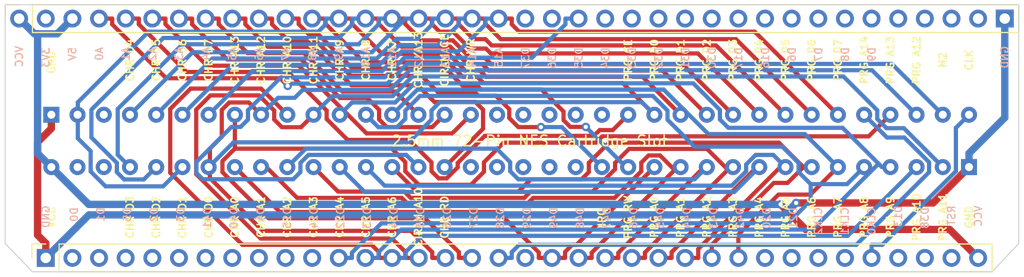
<source format=kicad_pcb>
(kicad_pcb (version 20211014) (generator pcbnew)
  (title_block (title "OSCR NES ADAPTER") (date "2021-11-15") (rev "V1"))
  (layers (0 "F.Cu" signal) (31 "B.Cu" signal) (34 "B.Paste" user) (35 "F.Paste" user) (36 "B.SilkS" user "B.Silkscreen") (37 "F.SilkS" user "F.Silkscreen") (38 "B.Mask" user) (39 "F.Mask" user) (44 "Edge.Cuts" user))
  (net 0 "")
  (net 3 "D28")
  (net 5 "D26")
  (net 6 "D27")
  (net 7 "D24")
  (net 8 "D25")
  (net 9 "D22")
  (net 10 "D23")
  (net 11 "+5V")
  (net 12 "+3V3")
  (net 32 "GND")
  (net 33 "D46")
  (net 34 "D47")
  (net 35 "D44")
  (net 36 "D45")
  (net 37 "D42")
  (net 38 "D43")
  (net 47 "A14")
  (net 48 "A15")
  (net 49 "A12")
  (net 50 "A13")
  (net 51 "A10")
  (net 52 "A11")
  (net 53 "A8")
  (net 54 "A9")
  (net 55 "A6")
  (net 56 "A7")
  (net 57 "A4")
  (net 58 "A5")
  (net 59 "A2")
  (net 60 "A3")
  (net 61 "A0")
  (net 62 "A1")
  (net 63 "D35")
  (net 68 "D49")
  (net 69 "D48")
  (net 72 "CLK0")
  (footprint "Connector_PinSocket_2.54mm:PinSocket_1x36_P2.54mm_Vertical" (layer "F.Cu") (at 105.1 104.255 90)
    (fp_text reference "J2" hide)
    (fp_text value "CART SLOT BOTTOM ROW" hide)
  )
  (footprint "Connector_PinSocket_2.54mm:PinSocket_1x38_P2.54mm_Vertical" (layer "F.Cu") (at 102.56 81.395 90)
    (fp_text reference "J1" hide)
    (fp_text value "CART SLOT TOP ROW" hide)
  )
  (footprint "!sanni:NES_Slot" (layer "F.Cu") (at 140.63 90.58 90)
    (fp_text reference "U1" hide)
    (fp_text value "NES_Slot" hide)
  )
  (gr_line (start 101.23 80.07) (end 101.23 102.88) (layer "Edge.Cuts") (width 0.1))
  (gr_line (start 197.87 80.07) (end 101.23 80.07) (layer "Edge.Cuts") (width 0.1))
  (gr_line (start 195.33 105.58) (end 197.87 102.88) (layer "Edge.Cuts") (width 0.1))
  (gr_line (start 103.83 105.58) (end 195.33 105.58) (layer "Edge.Cuts") (width 0.1))
  (gr_line (start 197.87 102.88) (end 197.87 80.07) (layer "Edge.Cuts") (width 0.1))
  (gr_line (start 101.23 102.88) (end 103.83 105.58) (layer "Edge.Cuts") (width 0.1))
  (gr_text "D43" (at 168.76 99.345 90) (layer "B.SilkS") (effects (font (size 0.7 0.7) (thickness 0.125)) (justify left mirror)))
  (gr_text "D3" (at 117.96 99.345 90) (layer "B.SilkS") (effects (font (size 0.7 0.7) (thickness 0.125)) (justify left mirror)))
  (gr_text "D1" (at 110.34 99.345 90) (layer "B.SilkS") (effects (font (size 0.7 0.7) (thickness 0.125)) (justify left mirror)))
  (gr_text "D9" (at 183.86 84.055 90) (layer "B.SilkS") (effects (font (size 0.7 0.7) (thickness 0.125)) (justify left mirror)))
  (gr_text "A6" (at 125.44 84.055 90) (layer "B.SilkS") (effects (font (size 0.7 0.7) (thickness 0.125)) (justify left mirror)))
  (gr_text "D48" (at 156.06 99.345 90) (layer "B.SilkS") (effects (font (size 0.7 0.7) (thickness 0.125)) (justify left mirror)))
  (gr_text "VCC" (at 194 99.175 90) (layer "B.SilkS") (effects (font (size 0.7 0.7) (thickness 0.125)) (justify left mirror)))
  (gr_text "A4" (at 120.36 84.055 90) (layer "B.SilkS") (effects (font (size 0.7 0.7) (thickness 0.125)) (justify left mirror)))
  (gr_text "A2" (at 115.28 84.055 90) (layer "B.SilkS") (effects (font (size 0.7 0.7) (thickness 0.125)) (justify left mirror)))
  (gr_text "D31" (at 166.08 84.055 90) (layer "B.SilkS") (effects (font (size 0.7 0.7) (thickness 0.125)) (justify left mirror)))
  (gr_text "D23" (at 135.74 99.345 90) (layer "B.SilkS") (effects (font (size 0.7 0.7) (thickness 0.125)) (justify left mirror)))
  (gr_text "D7" (at 178.78 84.055 90) (layer "B.SilkS") (effects (font (size 0.7 0.7) (thickness 0.125)) (justify left mirror)))
  (gr_text "D49" (at 153.52 99.345 90) (layer "B.SilkS") (effects (font (size 0.7 0.7) (thickness 0.125)) (justify left mirror)))
  (gr_text "D38" (at 188.92 99.345 90) (layer "B.SilkS") (effects (font (size 0.7 0.7) (thickness 0.125)) (justify left mirror)))
  (gr_text "A10" (at 135.6 84.055 90) (layer "B.SilkS") (effects (font (size 0.7 0.7) (thickness 0.125)) (justify left mirror)))
  (gr_text "D37" (at 150.84 84.055 90) (layer "B.SilkS") (effects (font (size 0.7 0.7) (thickness 0.125)) (justify left mirror)))
  (gr_text "D4" (at 125.58 99.345 90) (layer "B.SilkS") (effects (font (size 0.7 0.7) (thickness 0.125)) (justify left mirror)))
  (gr_text "D32" (at 163.54 84.055 90) (layer "B.SilkS") (effects (font (size 0.7 0.7) (thickness 0.125)) (justify left mirror)))
  (gr_text "D8" (at 181.32 84.055 90) (layer "B.SilkS") (effects (font (size 0.7 0.7) (thickness 0.125)) (justify left mirror)))
  (gr_text "D30" (at 168.62 84.055 90) (layer "B.SilkS") (effects (font (size 0.7 0.7) (thickness 0.125)) (justify left mirror)))
  (gr_text "D29" (at 150.98 99.345 90) (layer "B.SilkS") (effects (font (size 0.7 0.7) (thickness 0.125)) (justify left mirror)))
  (gr_text "RST" (at 191.46 99.175 90) (layer "B.SilkS") (effects (font (size 0.7 0.7) (thickness 0.125)) (justify left mirror)))
  (gr_text "A14" (at 145.76 84.055 90) (layer "B.SilkS") (effects (font (size 0.7 0.7) (thickness 0.125)) (justify left mirror)))
  (gr_text "D2" (at 115.42 99.345 90) (layer "B.SilkS") (effects (font (size 0.7 0.7) (thickness 0.125)) (justify left mirror)))
  (gr_text "CLK2" (at 178.76 99.345 90) (layer "B.SilkS") (effects (font (size 0.7 0.7) (thickness 0.125)) (justify left mirror)))
  (gr_text "D14" (at 130.66 99.345 90) (layer "B.SilkS") (effects (font (size 0.7 0.7) (thickness 0.125)) (justify left mirror)))
  (gr_text "3V3" (at 105.1 84.055 90) (layer "B.SilkS") (effects (font (size 0.7 0.7) (thickness 0.125)) (justify left mirror)))
  (gr_text "D47" (at 158.6 99.345 90) (layer "B.SilkS") (effects (font (size 0.7 0.7) (thickness 0.125)) (justify left mirror)))
  (gr_text "D6" (at 176.24 84.055 90) (layer "B.SilkS") (effects (font (size 0.7 0.7) (thickness 0.125)) (justify left mirror)))
  (gr_text "A0" (at 110.2 84.055 90) (layer "B.SilkS") (effects (font (size 0.7 0.7) (thickness 0.125)) (justify left mirror)))
  (gr_text "D40" (at 123.04 99.345 90) (layer "B.SilkS") (effects (font (size 0.7 0.7) (thickness 0.125)) (justify left mirror)))
  (gr_text "A5" (at 122.9 84.055 90) (layer "B.SilkS") (effects (font (size 0.7 0.7) (thickness 0.125)) (justify left mirror)))
  (gr_text "CLK1" (at 181.3 99.345 90) (layer "B.SilkS") (effects (font (size 0.7 0.7) (thickness 0.125)) (justify left mirror)))
  (gr_text "A1" (at 112.74 84.055 90) (layer "B.SilkS") (effects (font (size 0.7 0.7) (thickness 0.125)) (justify left mirror)))
  (gr_text "D24" (at 138.28 99.345 90) (layer "B.SilkS") (effects (font (size 0.7 0.7) (thickness 0.125)) (justify left mirror)))
  (gr_text "D44" (at 166.22 99.345 90) (layer "B.SilkS") (effects (font (size 0.7 0.7) (thickness 0.125)) (justify left mirror)))
  (gr_text "D22" (at 133.2 99.345 90) (layer "B.SilkS") (effects (font (size 0.7 0.7) (thickness 0.125)) (justify left mirror)))
  (gr_text "A12" (at 140.68 84.055 90) (layer "B.SilkS") (effects (font (size 0.7 0.7) (thickness 0.125)) (justify left mirror)))
  (gr_text "D26" (at 143.36 99.345 90) (layer "B.SilkS") (effects (font (size 0.7 0.7) (thickness 0.125)) (justify left mirror)))
  (gr_text "D42" (at 171.3 99.345 90) (layer "B.SilkS") (effects (font (size 0.7 0.7) (thickness 0.125)) (justify left mirror)))
  (gr_text "VCC" (at 102.56 83.935 90) (layer "B.SilkS") (effects (font (size 0.7 0.7) (thickness 0.125)) (justify left mirror)))
  (gr_text "D5" (at 112.88 99.345 90) (layer "B.SilkS") (effects (font (size 0.7 0.7) (thickness 0.125)) (justify left mirror)))
  (gr_text "A3" (at 117.82 84.055 90) (layer "B.SilkS") (effects (font (size 0.7 0.7) (thickness 0.125)) (justify left mirror)))
  (gr_text "D36" (at 153.38 84.055 90) (layer "B.SilkS") (effects (font (size 0.7 0.7) (thickness 0.125)) (justify left mirror)))
  (gr_text "D33" (at 161 84.055 90) (layer "B.SilkS") (effects (font (size 0.7 0.7) (thickness 0.125)) (justify left mirror)))
  (gr_text "D34" (at 158.46 84.055 90) (layer "B.SilkS") (effects (font (size 0.7 0.7) (thickness 0.125)) (justify left mirror)))
  (gr_text "D15" (at 128.12 99.345 90) (layer "B.SilkS") (effects (font (size 0.7 0.7) (thickness 0.125)) (justify left mirror)))
  (gr_text "GND" (at 105.1 99.175 90) (layer "B.SilkS") (effects (font (size 0.7 0.7) (thickness 0.125)) (justify left mirror)))
  (gr_text "D28" (at 148.44 99.345 90) (layer "B.SilkS") (effects (font (size 0.7 0.7) (thickness 0.125)) (justify left mirror)))
  (gr_text "D21" (at 176.38 99.345 90) (layer "B.SilkS") (effects (font (size 0.7 0.7) (thickness 0.125)) (justify left mirror)))
  (gr_text "CLK0" (at 183.84 99.345 90) (layer "B.SilkS") (effects (font (size 0.7 0.7) (thickness 0.125)) (justify left mirror)))
  (gr_text "D17" (at 171.16 84.055 90) (layer "B.SilkS") (effects (font (size 0.7 0.7) (thickness 0.125)) (justify left mirror)))
  (gr_text "D41" (at 120.5 99.345 90) (layer "B.SilkS") (effects (font (size 0.7 0.7) (thickness 0.125)) (justify left mirror)))
  (gr_text "A9" (at 133.06 84.055 90) (layer "B.SilkS") (effects (font (size 0.7 0.7) (thickness 0.125)) (justify left mirror)))
  (gr_text "A7" (at 127.98 84.055 90) (layer "B.SilkS") (effects (font (size 0.7 0.7) (thickness 0.125)) (justify left mirror)))
  (gr_text "D27" (at 145.9 99.345 90) (layer "B.SilkS") (effects (font (size 0.7 0.7) (thickness 0.125)) (justify left mirror)))
  (gr_text "GND" (at 196.54 83.935 90) (layer "B.SilkS") (effects (font (size 0.7 0.7) (thickness 0.125)) (justify left mirror)))
  (gr_text "A8" (at 130.52 84.055 90) (layer "B.SilkS") (effects (font (size 0.7 0.7) (thickness 0.125)) (justify left mirror)))
  (gr_text "D46" (at 161.14 99.345 90) (layer "B.SilkS") (effects (font (size 0.7 0.7) (thickness 0.125)) (justify left mirror)))
  (gr_text "A11" (at 138.14 84.055 90) (layer "B.SilkS") (effects (font (size 0.7 0.7) (thickness 0.125)) (justify left mirror)))
  (gr_text "D20" (at 173.84 99.345 90) (layer "B.SilkS") (effects (font (size 0.7 0.7) (thickness 0.125)) (justify left mirror)))
  (gr_text "A13" (at 143.22 84.055 90) (layer "B.SilkS") (effects (font (size 0.7 0.7) (thickness 0.125)) (justify left mirror)))
  (gr_text "D16" (at 173.7 84.055 90) (layer "B.SilkS") (effects (font (size 0.7 0.7) (thickness 0.125)) (justify left mirror)))
  (gr_text "D13" (at 186.38 99.175 90) (layer "B.SilkS") (effects (font (size 0.7 0.7) (thickness 0.125)) (justify left mirror)))
  (gr_text "A15" (at 148.3 84.055 90) (layer "B.SilkS") (effects (font (size 0.7 0.7) (thickness 0.125)) (justify left mirror)))
  (gr_text "D25" (at 140.82 99.345 90) (layer "B.SilkS") (effects (font (size 0.7 0.7) (thickness 0.125)) (justify left mirror)))
  (gr_text "D45" (at 163.68 99.345 90) (layer "B.SilkS") (effects (font (size 0.7 0.7) (thickness 0.125)) (justify left mirror)))
  (gr_text "5V" (at 107.64 84.055 90) (layer "B.SilkS") (effects (font (size 0.7 0.7) (thickness 0.125)) (justify left mirror)))
  (gr_text "D0" (at 107.8 99.345 90) (layer "B.SilkS") (effects (font (size 0.7 0.7) (thickness 0.125)) (justify left mirror)))
  (gr_text "D35" (at 155.92 84.055 90) (layer "B.SilkS") (effects (font (size 0.7 0.7) (thickness 0.125)) (justify left mirror)))
  (gr_text "CHR /A13" (at 140.63 85.365 90) (layer "F.SilkS") (effects (font (size 0.7 0.7))))
  (gr_text "GND" (at 105.63 85.58 90) (layer "F.SilkS") (effects (font (size 0.7 0.7))))
  (gr_text "PRG A14" (at 183.13 85.365 90) (layer "F.SilkS") (effects (font (size 0.7 0.7))))
  (gr_text "PRG D3" (at 170.63 85.365 90) (layer "F.SilkS") (effects (font (size 0.7 0.7))))
  (gr_text "CHR D1" (at 118.13 100.364999 90) (layer "F.SilkS") (effects (font (size 0.7 0.7))))
  (gr_text "CHR A0" (at 123.13 100.364999 90) (layer "F.SilkS") (effects (font (size 0.7 0.7))))
  (gr_text "GND" (at 193.13 100.365 90) (layer "F.SilkS") (effects (font (size 0.7 0.7))))
  (gr_text "PRG A12\n" (at 188.13 85.357444 90) (layer "F.SilkS") (effects (font (size 0.7 0.7))))
  (gr_text "CLK" (at 193.13 85.357444 90) (layer "F.SilkS") (effects (font (size 0.7 0.7))))
  (gr_text "PRG D7" (at 180.63 85.365 90) (layer "F.SilkS") (effects (font (size 0.7 0.7))))
  (gr_text "CHR A2" (at 128.13 100.364999 90) (layer "F.SilkS") (effects (font (size 0.7 0.7))))
  (gr_text "PRG A6" (at 178.13 100.365 90) (layer "F.SilkS") (effects (font (size 0.7 0.7))))
  (gr_text "PRG A4" (at 173.13 100.365 90) (layer "F.SilkS") (effects (font (size 0.7 0.7))))
  (gr_text "PRG A8" (at 183.13 100.365 90) (layer "F.SilkS") (effects (font (size 0.7 0.7))))
  (gr_text "CHR A5" (at 135.63 100.364999 90) (layer "F.SilkS") (effects (font (size 0.7 0.7))))
  (gr_text "PRG D5" (at 175.63 85.365 90) (layer "F.SilkS") (effects (font (size 0.7 0.7))))
  (gr_text "M2" (at 190.63 85.357444 90) (layer "F.SilkS") (effects (font (size 0.7 0.7))))
  (gr_text "CHR D4" (at 113.13 85.365 90) (layer "F.SilkS") (effects (font (size 0.7 0.7))))
  (gr_text "CHR D6" (at 118.13 85.365 90) (layer "F.SilkS") (effects (font (size 0.7 0.7))))
  (gr_text "PRG A9" (at 185.63 100.365 90) (layer "F.SilkS") (effects (font (size 0.7 0.7))))
  (gr_text "PRG A1" (at 165.63 100.365 90) (layer "F.SilkS") (effects (font (size 0.7 0.7))))
  (gr_text "PRG D1\n" (at 165.63 85.365 90) (layer "F.SilkS") (effects (font (size 0.7 0.7))))
  (gr_text "CHR D7" (at 120.63 85.365 90) (layer "F.SilkS") (effects (font (size 0.7 0.7))))
  (gr_text "CHR WR" (at 145.63 85.365 90) (layer "F.SilkS") (effects (font (size 0.7 0.7))))
  (gr_text "CHR D3" (at 113.13 100.364999 90) (layer "F.SilkS") (effects (font (size 0.7 0.7))))
  (gr_text "CHR A12" (at 125.63 85.365 90) (layer "F.SilkS") (effects (font (size 0.7 0.7))))
  (gr_text "PRG A7" (at 180.63 100.365 90) (layer "F.SilkS") (effects (font (size 0.7 0.7))))
  (gr_text "CHR D5" (at 115.63 85.365 90) (layer "F.SilkS") (effects (font (size 0.7 0.7))))
  (gr_text "CIRAM A10" (at 140.63 100.364999 90) (layer "F.SilkS") (effects (font (size 0.7 0.7))))
  (gr_text "PRG CE" (at 160.63 85.365 90) (layer "F.SilkS") (effects (font (size 0.7 0.7))))
  (gr_text "CHR A7" (at 138.13 85.365 90) (layer "F.SilkS") (effects (font (size 0.7 0.7))))
  (gr_text "CHR A8" (at 135.63 85.365 90) (layer "F.SilkS") (effects (font (size 0.7 0.7))))
  (gr_text "CIRAM CE" (at 143.13 85.365 90) (layer "F.SilkS") (effects (font (size 0.7 0.7))))
  (gr_text "PRG D4" (at 173.13 85.365 90) (layer "F.SilkS") (effects (font (size 0.7 0.7))))
  (gr_text "PRG A5" (at 175.63 100.365 90) (layer "F.SilkS") (effects (font (size 0.7 0.7))))
  (gr_text "CHR RD" (at 143.13 100.364999 90) (layer "F.SilkS") (effects (font (size 0.7 0.7))))
  (gr_text "VCC" (at 105.63 100.365 90) (layer "F.SilkS") (effects (font (size 0.7 0.7))))
  (gr_text "CHR A13" (at 123.13 85.365 90) (layer "F.SilkS") (effects (font (size 0.7 0.7))))
  (gr_text "PRG D6" (at 178.13 85.365 90) (layer "F.SilkS") (effects (font (size 0.7 0.7))))
  (gr_text "CHR A3" (at 130.63 100.364999 90) (layer "F.SilkS") (effects (font (size 0.7 0.7))))
  (gr_text "PRG D0" (at 163.13 85.365 90) (layer "F.SilkS") (effects (font (size 0.7 0.7))))
  (gr_text "CHR D2" (at 115.63 100.364999 90) (layer "F.SilkS") (effects (font (size 0.7 0.7))))
  (gr_text "PRG A10" (at 188.13 100.365 90) (layer "F.SilkS") (effects (font (size 0.7 0.7))))
  (gr_text "PRG D2" (at 168.13 85.365 90) (layer "F.SilkS") (effects (font (size 0.7 0.7))))
  (gr_text "PRG RW" (at 160.63 100.365 90) (layer "F.SilkS") (effects (font (size 0.7 0.7))))
  (gr_text "2.5mm 72-Pin NES Cartridge Slot" (at 151.23 93.08) (layer "F.SilkS") (effects (font (size 1 1))))
  (gr_text "CHR D0" (at 120.63 100.364999 90) (layer "F.SilkS") (effects (font (size 0.7 0.7))))
  (gr_text "CHR A11" (at 130.63 85.365 90) (layer "F.SilkS") (effects (font (size 0.7 0.7))))
  (gr_text "CHR A1\n" (at 125.63 100.364999 90) (layer "F.SilkS") (effects (font (size 0.7 0.7))))
  (gr_text "PRG A2" (at 168.13 100.365 90) (layer "F.SilkS") (effects (font (size 0.7 0.7))))
  (gr_text "PRG A13" (at 185.63 85.357444 90) (layer "F.SilkS") (effects (font (size 0.7 0.7))))
  (gr_text "CHR A9" (at 133.13 85.365 90) (layer "F.SilkS") (effects (font (size 0.7 0.7))))
  (gr_text "PRG A3" (at 170.63 100.365 90) (layer "F.SilkS") (effects (font (size 0.7 0.7))))
  (gr_text "CHR A6" (at 138.13 100.364999 90) (layer "F.SilkS") (effects (font (size 0.7 0.7))))
  (gr_text "IRQ" (at 158.13 100.365 90) (layer "F.SilkS") (effects (font (size 0.7 0.7))))
  (gr_text "PRG A11" (at 190.63 100.365 90) (layer "F.SilkS") (effects (font (size 0.7 0.7))))
  (gr_text "CHR A4" (at 133.13 100.364999 90) (layer "F.SilkS") (effects (font (size 0.7 0.7))))
  (gr_text "PRG A0" (at 163.13 100.365 90) (layer "F.SilkS") (effects (font (size 0.7 0.7))))
  (gr_text "CHR A10" (at 128.13 85.365 90) (layer "F.SilkS") (effects (font (size 0.7 0.7))))
  (segment (start 149.5303 103.7079) (end 150.2335 103.0047) (width 0.4) (layer "B.Cu") (net 3))
  (segment (start 189.3219 95.121) (end 186.9582 92.7573) (width 0.4) (layer "B.Cu") (net 3))
  (segment (start 189.3219 96.069) (end 189.3219 95.121) (width 0.4) (layer "B.Cu") (net 3))
  (segment (start 182.3862 103.0047) (end 189.3219 96.069) (width 0.4) (layer "B.Cu") (net 3))
  (segment (start 185.3073 92.7573) (end 183.13 90.58) (width 0.4) (layer "B.Cu") (net 3))
  (segment (start 148.28 104.255) (end 149.5303 104.255) (width 0.4) (layer "B.Cu") (net 3))
  (segment (start 149.5303 104.255) (end 149.5303 103.7079) (width 0.4) (layer "B.Cu") (net 3))
  (segment (start 186.9582 92.7573) (end 185.3073 92.7573) (width 0.4) (layer "B.Cu") (net 3))
  (segment (start 150.2335 103.0047) (end 182.3862 103.0047) (width 0.4) (layer "B.Cu") (net 3))
  (segment (start 125.7869 101.6703) (end 120.7493 96.6327) (width 0.4) (layer "F.Cu") (net 5))
  (segment (start 121.8801 90.1195) (end 122.5908 89.4088) (width 0.4) (layer "F.Cu") (net 5))
  (segment (start 143.2 104.255) (end 141.9497 104.255) (width 0.4) (layer "F.Cu") (net 5))
  (segment (start 121.8801 92.6862) (end 121.8801 90.1195) (width 0.4) (layer "F.Cu") (net 5))
  (segment (start 124.4588 89.4088) (end 125.63 90.58) (width 0.4) (layer "F.Cu") (net 5))
  (segment (start 141.9497 104.255) (end 141.9497 103.708) (width 0.4) (layer "F.Cu") (net 5))
  (segment (start 122.5908 89.4088) (end 124.4588 89.4088) (width 0.4) (layer "F.Cu") (net 5))
  (segment (start 141.9497 103.708) (end 139.912 101.6703) (width 0.4) (layer "F.Cu") (net 5))
  (segment (start 120.7493 93.817) (end 121.8801 92.6862) (width 0.4) (layer "F.Cu") (net 5))
  (segment (start 120.7493 96.6327) (end 120.7493 93.817) (width 0.4) (layer "F.Cu") (net 5))
  (segment (start 139.912 101.6703) (end 125.7869 101.6703) (width 0.4) (layer "F.Cu") (net 5))
  (segment (start 183.877 86.327) (end 188.13 90.58) (width 0.4) (layer "B.Cu") (net 5))
  (segment (start 137.9179 88.2082) (end 139.7991 86.327) (width 0.4) (layer "B.Cu") (net 5))
  (segment (start 129.5907 88.2082) (end 137.9179 88.2082) (width 0.4) (layer "B.Cu") (net 5))
  (segment (start 128.8364 88.9625) (end 129.5907 88.2082) (width 0.4) (layer "B.Cu") (net 5))
  (segment (start 127.2475 88.9625) (end 128.8364 88.9625) (width 0.4) (layer "B.Cu") (net 5))
  (segment (start 139.7991 86.327) (end 183.877 86.327) (width 0.4) (layer "B.Cu") (net 5))
  (segment (start 125.63 90.58) (end 127.2475 88.9625) (width 0.4) (layer "B.Cu") (net 5))
  (segment (start 183.5642 92.6458) (end 158.1578 92.6458) (width 0.4) (layer "F.Cu") (net 6))
  (segment (start 144.4897 103.708) (end 141.2514 100.4697) (width 0.4) (layer "F.Cu") (net 6))
  (segment (start 146.88 95.1215) (end 146.88 96.0266) (width 0.4) (layer "F.Cu") (net 6))
  (segment (start 123.13 93.8194) (end 123.13 90.58) (width 0.4) (layer "F.Cu") (net 6))
  (segment (start 148.7554 93.2461) (end 146.88 95.1215) (width 0.4) (layer "F.Cu") (net 6))
  (segment (start 121.9449 96.0626) (end 121.9449 95.0045) (width 0.4) (layer "F.Cu") (net 6))
  (segment (start 145.6354 97.2712) (end 140.6703 97.2712) (width 0.4) (layer "F.Cu") (net 6))
  (segment (start 140.6703 97.2712) (end 139.38 95.9809) (width 0.4) (layer "F.Cu") (net 6))
  (segment (start 185.63 90.58) (end 183.5642 92.6458) (width 0.4) (layer "F.Cu") (net 6))
  (segment (start 138.0993 93.8194) (end 123.13 93.8194) (width 0.4) (layer "F.Cu") (net 6))
  (segment (start 139.38 95.9809) (end 139.38 95.1001) (width 0.4) (layer "F.Cu") (net 6))
  (segment (start 157.5575 93.2461) (end 148.7554 93.2461) (width 0.4) (layer "F.Cu") (net 6))
  (segment (start 145.74 104.255) (end 144.4897 104.255) (width 0.4) (layer "F.Cu") (net 6))
  (segment (start 139.38 95.1001) (end 138.0993 93.8194) (width 0.4) (layer "F.Cu") (net 6))
  (segment (start 141.2514 100.4697) (end 126.352 100.4697) (width 0.4) (layer "F.Cu") (net 6))
  (segment (start 126.352 100.4697) (end 121.9449 96.0626) (width 0.4) (layer "F.Cu") (net 6))
  (segment (start 146.88 96.0266) (end 145.6354 97.2712) (width 0.4) (layer "F.Cu") (net 6))
  (segment (start 121.9449 95.0045) (end 123.13 93.8194) (width 0.4) (layer "F.Cu") (net 6))
  (segment (start 144.4897 104.255) (end 144.4897 103.708) (width 0.4) (layer "F.Cu") (net 6))
  (segment (start 158.1578 92.6458) (end 157.5575 93.2461) (width 0.4) (layer "F.Cu") (net 6))
  (segment (start 138.12 104.255) (end 136.8697 104.255) (width 0.4) (layer "F.Cu") (net 7))
  (segment (start 128.13 90.58) (end 125.6339 88.0839) (width 0.4) (layer "F.Cu") (net 7))
  (segment (start 136.1665 103.0047) (end 136.8697 103.7079) (width 0.4) (layer "F.Cu") (net 7))
  (segment (start 125.6339 88.0839) (end 118.9117 88.0839) (width 0.4) (layer "F.Cu") (net 7))
  (segment (start 136.8697 103.7079) (end 136.8697 104.255) (width 0.4) (layer "F.Cu") (net 7))
  (segment (start 116.9672 96.1248) (end 123.8471 103.0047) (width 0.4) (layer "F.Cu") (net 7))
  (segment (start 116.9672 90.0284) (end 116.9672 96.1248) (width 0.4) (layer "F.Cu") (net 7))
  (segment (start 118.9117 88.0839) (end 116.9672 90.0284) (width 0.4) (layer "F.Cu") (net 7))
  (segment (start 123.8471 103.0047) (end 136.1665 103.0047) (width 0.4) (layer "F.Cu") (net 7))
  (segment (start 139.3703 104.255) (end 139.3703 103.7369) (width 0.4) (layer "B.Cu") (net 7))
  (segment (start 181.5624 102.1476) (end 188.13 95.58) (width 0.4) (layer "B.Cu") (net 7))
  (segment (start 138.12 104.255) (end 139.3703 104.255) (width 0.4) (layer "B.Cu") (net 7))
  (segment (start 140.9596 102.1476) (end 181.5624 102.1476) (width 0.4) (layer "B.Cu") (net 7))
  (segment (start 139.3703 103.7369) (end 140.9596 102.1476) (width 0.4) (layer "B.Cu") (net 7))
  (segment (start 127.6108 91.7722) (end 129.4378 91.7722) (width 0.4) (layer "F.Cu") (net 8))
  (segment (start 139.4097 103.708) (end 138.106 102.4043) (width 0.4) (layer "F.Cu") (net 8))
  (segment (start 139.4097 104.255) (end 139.4097 103.708) (width 0.4) (layer "F.Cu") (net 8))
  (segment (start 140.66 104.255) (end 139.4097 104.255) (width 0.4) (layer "F.Cu") (net 8))
  (segment (start 119.4449 96.2567) (end 119.4449 90.0829) (width 0.4) (layer "F.Cu") (net 8))
  (segment (start 129.4378 91.7722) (end 130.63 90.58) (width 0.4) (layer "F.Cu") (net 8))
  (segment (start 119.4449 90.0829) (end 120.7934 88.7344) (width 0.4) (layer "F.Cu") (net 8))
  (segment (start 138.106 102.4043) (end 125.5925 102.4043) (width 0.4) (layer "F.Cu") (net 8))
  (segment (start 125.5925 102.4043) (end 119.4449 96.2567) (width 0.4) (layer "F.Cu") (net 8))
  (segment (start 125.4319 88.7344) (end 126.88 90.1825) (width 0.4) (layer "F.Cu") (net 8))
  (segment (start 120.7934 88.7344) (end 125.4319 88.7344) (width 0.4) (layer "F.Cu") (net 8))
  (segment (start 126.88 91.0414) (end 127.6108 91.7722) (width 0.4) (layer "F.Cu") (net 8))
  (segment (start 126.88 90.1825) (end 126.88 91.0414) (width 0.4) (layer "F.Cu") (net 8))
  (segment (start 184.38 90.1501) (end 184.38 90.9809) (width 0.4) (layer "B.Cu") (net 8))
  (segment (start 186.9173 91.8673) (end 190.63 95.58) (width 0.4) (layer "B.Cu") (net 8))
  (segment (start 138.1665 88.8085) (end 140.0476 86.9274) (width 0.4) (layer "B.Cu") (net 8))
  (segment (start 184.38 90.9809) (end 185.2664 91.8673) (width 0.4) (layer "B.Cu") (net 8))
  (segment (start 185.2664 91.8673) (end 186.9173 91.8673) (width 0.4) (layer "B.Cu") (net 8))
  (segment (start 130.63 90.58) (end 132.4015 88.8085) (width 0.4) (layer "B.Cu") (net 8))
  (segment (start 181.1573 86.9274) (end 184.38 90.1501) (width 0.4) (layer "B.Cu") (net 8))
  (segment (start 140.0476 86.9274) (end 181.1573 86.9274) (width 0.4) (layer "B.Cu") (net 8))
  (segment (start 132.4015 88.8085) (end 138.1665 88.8085) (width 0.4) (layer "B.Cu") (net 8))
  (segment (start 176.88 95.1843) (end 176.88 96.0542) (width 0.4) (layer "B.Cu") (net 9))
  (segment (start 166.9545 93.6287) (end 175.3244 93.6287) (width 0.4) (layer "B.Cu") (net 9))
  (segment (start 178.0358 98.7768) (end 178.0358 97.21) (width 0.4) (layer "B.Cu") (net 9))
  (segment (start 137.0975 100.947) (end 175.8656 100.947) (width 0.4) (layer "B.Cu") (net 9))
  (segment (start 176.88 96.0542) (end 178.0358 97.21) (width 0.4) (layer "B.Cu") (net 9))
  (segment (start 139.38 90.1826) (end 140.7815 88.7811) (width 0.4) (layer "B.Cu") (net 9))
  (segment (start 135.63 90.58) (end 136.8249 91.7749) (width 0.4) (layer "B.Cu") (net 9))
  (segment (start 164.38 90.1783) (end 164.38 91.0542) (width 0.4) (layer "B.Cu") (net 9))
  (segment (start 140.7815 88.7811) (end 162.9828 88.7811) (width 0.4) (layer "B.Cu") (net 9))
  (segment (start 138.5843 91.7749) (end 139.38 90.9792) (width 0.4) (layer "B.Cu") (net 9))
  (segment (start 164.38 91.0542) (end 166.9545 93.6287) (width 0.4) (layer "B.Cu") (net 9))
  (segment (start 183.13 95.58) (end 181.5 97.21) (width 0.4) (layer "B.Cu") (net 9))
  (segment (start 133.04 104.255) (end 134.2903 104.255) (width 0.4) (layer "B.Cu") (net 9))
  (segment (start 134.2903 103.7542) (end 137.0975 100.947) (width 0.4) (layer "B.Cu") (net 9))
  (segment (start 175.8656 100.947) (end 178.0358 98.7768) (width 0.4) (layer "B.Cu") (net 9))
  (segment (start 162.9828 88.7811) (end 164.38 90.1783) (width 0.4) (layer "B.Cu") (net 9))
  (segment (start 136.8249 91.7749) (end 138.5843 91.7749) (width 0.4) (layer "B.Cu") (net 9))
  (segment (start 175.3244 93.6287) (end 176.88 95.1843) (width 0.4) (layer "B.Cu") (net 9))
  (segment (start 139.38 90.9792) (end 139.38 90.1826) (width 0.4) (layer "B.Cu") (net 9))
  (segment (start 134.2903 104.255) (end 134.2903 103.7542) (width 0.4) (layer "B.Cu") (net 9))
  (segment (start 181.5 97.21) (end 178.0358 97.21) (width 0.4) (layer "B.Cu") (net 9))
  (segment (start 134.3012 89.4088) (end 138.4151 89.4088) (width 0.4) (layer "B.Cu") (net 10))
  (segment (start 170.1777 91.8277) (end 181.0737 91.8277) (width 0.4) (layer "B.Cu") (net 10))
  (segment (start 138.4151 89.4088) (end 140.2458 87.5781) (width 0.4) (layer "B.Cu") (net 10))
  (segment (start 135.58 104.255) (end 136.8303 104.255) (width 0.4) (layer "B.Cu") (net 10))
  (segment (start 136.8303 104.255) (end 136.8303 103.708) (width 0.4) (layer "B.Cu") (net 10))
  (segment (start 166.8351 87.5781) (end 169.38 90.123) (width 0.4) (layer "B.Cu") (net 10))
  (segment (start 184.826 95.58) (end 185.63 95.58) (width 0.4) (layer "B.Cu") (net 10))
  (segment (start 136.8303 103.708) (end 138.991 101.5473) (width 0.4) (layer "B.Cu") (net 10))
  (segment (start 133.13 90.58) (end 134.3012 89.4088) (width 0.4) (layer "B.Cu") (net 10))
  (segment (start 184.5054 95.2594) (end 184.826 95.58) (width 0.4) (layer "B.Cu") (net 10))
  (segment (start 181.0737 91.8277) (end 184.5054 95.2594) (width 0.4) (layer "B.Cu") (net 10))
  (segment (start 169.38 90.123) (end 169.38 91.03) (width 0.4) (layer "B.Cu") (net 10))
  (segment (start 138.991 101.5473) (end 178.2175 101.5473) (width 0.4) (layer "B.Cu") (net 10))
  (segment (start 169.38 91.03) (end 170.1777 91.8277) (width 0.4) (layer "B.Cu") (net 10))
  (segment (start 178.2175 101.5473) (end 184.5054 95.2594) (width 0.4) (layer "B.Cu") (net 10))
  (segment (start 140.2458 87.5781) (end 166.8351 87.5781) (width 0.4) (layer "B.Cu") (net 10))
  (segment (start 177.5577 101.5385) (end 175.1619 99.1427) (width 0.7) (layer "F.Cu") (net 11))
  (segment (start 191.2835 101.5385) (end 177.5577 101.5385) (width 0.7) (layer "F.Cu") (net 11))
  (segment (start 194 104.255) (end 191.2835 101.5385) (width 0.7) (layer "F.Cu") (net 11))
  (via (at 175.1619 99.1427) (size 0.8) (drill 0.4) (layers "F.Cu" "B.Cu") (net 11))
  (segment (start 109.1927 99.1427) (end 105.63 95.58) (width 0.7) (layer "B.Cu") (net 11))
  (segment (start 106.1833 82.8517) (end 104.3176 82.8517) (width 0.7) (layer "B.Cu") (net 11))
  (segment (start 104.0167 82.8517) (end 102.56 81.395) (width 0.7) (layer "B.Cu") (net 11))
  (segment (start 104.3176 94.2676) (end 105.63 95.58) (width 0.7) (layer "B.Cu") (net 11))
  (segment (start 104.3176 82.8517) (end 104.3176 94.2676) (width 0.7) (layer "B.Cu") (net 11))
  (segment (start 104.3176 82.8517) (end 104.0167 82.8517) (width 0.7) (layer "B.Cu") (net 11))
  (segment (start 107.64 81.395) (end 106.1833 82.8517) (width 0.7) (layer "B.Cu") (net 11))
  (segment (start 175.1619 99.1427) (end 109.1927 99.1427) (width 0.7) (layer "B.Cu") (net 11))
  (segment (start 105.63 90.58) (end 105.63 91.8923) (width 0.7) (layer "F.Cu") (net 32))
  (segment (start 105.1 104.255) (end 105.1 102.8547) (width 0.7) (layer "F.Cu") (net 32))
  (segment (start 104.3177 102.0724) (end 104.3177 93.2046) (width 0.7) (layer "F.Cu") (net 32))
  (segment (start 105.1 102.8547) (end 104.3177 102.0724) (width 0.7) (layer "F.Cu") (net 32))
  (segment (start 189.7025 99.0075) (end 176.6413 99.0075) (width 0.7) (layer "F.Cu") (net 32))
  (segment (start 104.3177 93.2046) (end 105.63 91.8923) (width 0.7) (layer "F.Cu") (net 32))
  (segment (start 193.13 95.58) (end 189.7025 99.0075) (width 0.7) (layer "F.Cu") (net 32))
  (via (at 176.6413 99.0075) (size 0.8) (drill 0.4) (layers "F.Cu" "B.Cu") (net 32))
  (segment (start 109.2082 100.1468) (end 105.1 104.255) (width 0.7) (layer "B.Cu") (net 32))
  (segment (start 193.13 95.58) (end 193.13 94.2677) (width 0.7) (layer "B.Cu") (net 32))
  (segment (start 196.54 81.395) (end 196.54 90.8577) (width 0.7) (layer "B.Cu") (net 32))
  (segment (start 175.502 100.1468) (end 109.2082 100.1468) (width 0.7) (layer "B.Cu") (net 32))
  (segment (start 196.54 90.8577) (end 193.13 94.2677) (width 0.7) (layer "B.Cu") (net 32))
  (segment (start 176.6413 99.0075) (end 175.502 100.1468) (width 0.7) (layer "B.Cu") (net 32))
  (segment (start 168.1563 93.8466) (end 170.1379 95.8282) (width 0.4) (layer "F.Cu") (net 33))
  (segment (start 150.7288 98.5216) (end 151.3291 97.9213) (width 0.4) (layer "F.Cu") (net 33))
  (segment (start 157.2446 97.9213) (end 159.38 95.7859) (width 0.4) (layer "F.Cu") (net 33))
  (segment (start 160.98 104.255) (end 162.2303 104.255) (width 0.4) (layer "F.Cu") (net 33))
  (segment (start 132.9713 97.9213) (end 139.2891 97.9213) (width 0.4) (layer "F.Cu") (net 33))
  (segment (start 130.63 95.58) (end 132.9713 97.9213) (width 0.4) (layer "F.Cu") (net 33))
  (segment (start 159.38 95.1774) (end 160.7108 93.8466) (width 0.4) (layer "F.Cu") (net 33))
  (segment (start 162.2303 103.7358) (end 170.1379 95.8282) (width 0.4) (layer "F.Cu") (net 33))
  (segment (start 170.1379 95.8282) (end 170.3861 95.58) (width 0.4) (layer "F.Cu") (net 33))
  (segment (start 170.3861 95.58) (end 170.63 95.58) (width 0.4) (layer "F.Cu") (net 33))
  (segment (start 151.3291 97.9213) (end 157.2446 97.9213) (width 0.4) (layer "F.Cu") (net 33))
  (segment (start 139.8894 98.5216) (end 150.7288 98.5216) (width 0.4) (layer "F.Cu") (net 33))
  (segment (start 160.7108 93.8466) (end 168.1563 93.8466) (width 0.4) (layer "F.Cu") (net 33))
  (segment (start 139.2891 97.9213) (end 139.8894 98.5216) (width 0.4) (layer "F.Cu") (net 33))
  (segment (start 159.38 95.7859) (end 159.38 95.1774) (width 0.4) (layer "F.Cu") (net 33))
  (segment (start 162.2303 104.255) (end 162.2303 103.7358) (width 0.4) (layer "F.Cu") (net 33))
  (segment (start 159.6903 104.255) (end 159.6903 103.7658) (width 0.4) (layer "F.Cu") (net 34))
  (segment (start 167.8761 95.58) (end 168.13 95.58) (width 0.4) (layer "F.Cu") (net 34))
  (segment (start 158.44 104.255) (end 159.6903 104.255) (width 0.4) (layer "F.Cu") (net 34))
  (segment (start 159.6903 103.7658) (end 167.8761 95.58) (width 0.4) (layer "F.Cu") (net 34))
  (segment (start 150.1518 96.7471) (end 149.38 95.9753) (width 0.4) (layer "B.Cu") (net 34))
  (segment (start 149.38 95.1108) (end 148.0866 93.8174) (width 0.4) (layer "B.Cu") (net 34))
  (segment (start 168.13 95.58) (end 166.9629 96.7471) (width 0.4) (layer "B.Cu") (net 34))
  (segment (start 148.0866 93.8174) (end 129.8926 93.8174) (width 0.4) (layer "B.Cu") (net 34))
  (segment (start 166.9629 96.7471) (end 150.1518 96.7471) (width 0.4) (layer "B.Cu") (net 34))
  (segment (start 149.38 95.9753) (end 149.38 95.1108) (width 0.4) (layer "B.Cu") (net 34))
  (segment (start 129.8926 93.8174) (end 128.13 95.58) (width 0.4) (layer "B.Cu") (net 34))
  (segment (start 167.3103 104.255) (end 167.3103 103.4073) (width 0.4) (layer "F.Cu") (net 35))
  (segment (start 175.1376 95.58) (end 175.63 95.58) (width 0.4) (layer "F.Cu") (net 35))
  (segment (start 166.06 104.255) (end 167.3103 104.255) (width 0.4) (layer "F.Cu") (net 35))
  (segment (start 167.3103 103.4073) (end 175.1376 95.58) (width 0.4) (layer "F.Cu") (net 35))
  (segment (start 172.787 94.4176) (end 171.88 95.3246) (width 0.4) (layer "B.Cu") (net 35))
  (segment (start 175.63 95.58) (end 174.4676 94.4176) (width 0.4) (layer "B.Cu") (net 35))
  (segment (start 174.4676 94.4176) (end 172.787 94.4176) (width 0.4) (layer "B.Cu") (net 35))
  (segment (start 137.4058 97.3558) (end 135.63 95.58) (width 0.4) (layer "B.Cu") (net 35))
  (segment (start 170.5051 97.3558) (end 137.4058 97.3558) (width 0.4) (layer "B.Cu") (net 35))
  (segment (start 171.88 95.9809) (end 170.5051 97.3558) (width 0.4) (layer "B.Cu") (net 35))
  (segment (start 171.88 95.3246) (end 171.88 95.9809) (width 0.4) (layer "B.Cu") (net 35))
  (segment (start 164.7703 103.7058) (end 172.8961 95.58) (width 0.4) (layer "F.Cu") (net 36))
  (segment (start 172.8961 95.58) (end 173.13 95.58) (width 0.4) (layer "F.Cu") (net 36))
  (segment (start 163.52 104.255) (end 164.7703 104.255) (width 0.4) (layer "F.Cu") (net 36))
  (segment (start 164.7703 104.255) (end 164.7703 103.7058) (width 0.4) (layer "F.Cu") (net 36))
  (segment (start 135.5061 97.9561) (end 133.13 95.58) (width 0.4) (layer "B.Cu") (net 36))
  (segment (start 170.7539 97.9561) (end 135.5061 97.9561) (width 0.4) (layer "B.Cu") (net 36))
  (segment (start 173.13 95.58) (end 170.7539 97.9561) (width 0.4) (layer "B.Cu") (net 36))
  (segment (start 180.63 95.58) (end 178.0028 98.2072) (width 0.4) (layer "F.Cu") (net 37))
  (segment (start 178.0028 98.2072) (end 174.9657 98.2072) (width 0.4) (layer "F.Cu") (net 37))
  (segment (start 174.9657 98.2072) (end 171.14 102.0329) (width 0.4) (layer "F.Cu") (net 37))
  (segment (start 171.14 104.255) (end 171.14 103.0047) (width 0.4) (layer "F.Cu") (net 37))
  (segment (start 171.14 102.0329) (end 171.14 103.0047) (width 0.4) (layer "F.Cu") (net 37))
  (segment (start 177.478 92.428) (end 168.2793 92.428) (width 0.4) (layer "B.Cu") (net 37))
  (segment (start 180.63 95.58) (end 177.478 92.428) (width 0.4) (layer "B.Cu") (net 37))
  (segment (start 140.5315 88.1785) (end 138.13 90.58) (width 0.4) (layer "B.Cu") (net 37))
  (segment (start 168.2793 92.428) (end 164.0298 88.1785) (width 0.4) (layer "B.Cu") (net 37))
  (segment (start 164.0298 88.1785) (end 140.5315 88.1785) (width 0.4) (layer "B.Cu") (net 37))
  (segment (start 177.3404 95.5801) (end 175.0064 93.2461) (width 0.4) (layer "F.Cu") (net 38))
  (segment (start 174.5104 97.0943) (end 168.6 103.0047) (width 0.4) (layer "F.Cu") (net 38))
  (segment (start 158.8026 93.2461) (end 156.88 95.1687) (width 0.4) (layer "F.Cu") (net 38))
  (segment (start 151.3592 96.7424) (end 150.1803 97.9213) (width 0.4) (layer "F.Cu") (net 38))
  (segment (start 178.13 95.58) (end 178.1299 95.5801) (width 0.4) (layer "F.Cu") (net 38))
  (segment (start 150.1803 97.9213) (end 140.4713 97.9213) (width 0.4) (layer "F.Cu") (net 38))
  (segment (start 168.6 104.255) (end 168.6 103.0047) (width 0.4) (layer "F.Cu") (net 38))
  (segment (start 178.1299 95.5801) (end 177.3404 95.5801) (width 0.4) (layer "F.Cu") (net 38))
  (segment (start 140.4713 97.9213) (end 138.13 95.58) (width 0.4) (layer "F.Cu") (net 38))
  (segment (start 156.1916 96.7424) (end 151.3592 96.7424) (width 0.4) (layer "F.Cu") (net 38))
  (segment (start 175.8262 97.0943) (end 174.5104 97.0943) (width 0.4) (layer "F.Cu") (net 38))
  (segment (start 175.0064 93.2461) (end 158.8026 93.2461) (width 0.4) (layer "F.Cu") (net 38))
  (segment (start 156.88 95.1687) (end 156.88 96.054) (width 0.4) (layer "F.Cu") (net 38))
  (segment (start 177.3404 95.5801) (end 175.8262 97.0943) (width 0.4) (layer "F.Cu") (net 38))
  (segment (start 156.88 96.054) (end 156.1916 96.7424) (width 0.4) (layer "F.Cu") (net 38))
  (segment (start 145.74 81.395) (end 146.9903 81.395) (width 0.4) (layer "F.Cu") (net 47))
  (segment (start 178.13 90.58) (end 170.9101 83.3601) (width 0.4) (layer "F.Cu") (net 47))
  (segment (start 148.4767 83.3601) (end 146.9903 81.8737) (width 0.4) (layer "F.Cu") (net 47))
  (segment (start 146.9903 81.8737) (end 146.9903 81.395) (width 0.4) (layer "F.Cu") (net 47))
  (segment (start 170.9101 83.3601) (end 148.4767 83.3601) (width 0.4) (layer "F.Cu") (net 47))
  (segment (start 145.74 81.395) (end 144.4897 81.395) (width 0.4) (layer "B.Cu") (net 47))
  (segment (start 138.8047 83.9258) (end 136.9235 85.807) (width 0.4) (layer "B.Cu") (net 47))
  (segment (start 144.4897 81.9421) (end 142.506 83.9258) (width 0.4) (layer "B.Cu") (net 47))
  (segment (start 136.9235 85.807) (end 122.903 85.807) (width 0.4) (layer "B.Cu") (net 47))
  (segment (start 142.506 83.9258) (end 138.8047 83.9258) (width 0.4) (layer "B.Cu") (net 47))
  (segment (start 144.4897 81.395) (end 144.4897 81.9421) (width 0.4) (layer "B.Cu") (net 47))
  (segment (start 122.903 85.807) (end 118.13 90.58) (width 0.4) (layer "B.Cu") (net 47))
  (segment (start 150.2335 82.6453) (end 172.6953 82.6453) (width 0.4) (layer "F.Cu") (net 48))
  (segment (start 148.28 81.395) (end 149.5303 81.395) (width 0.4) (layer "F.Cu") (net 48))
  (segment (start 149.5303 81.395) (end 149.5303 81.9421) (width 0.4) (layer "F.Cu") (net 48))
  (segment (start 149.5303 81.9421) (end 150.2335 82.6453) (width 0.4) (layer "F.Cu") (net 48))
  (segment (start 172.6953 82.6453) (end 180.63 90.58) (width 0.4) (layer "F.Cu") (net 48))
  (segment (start 139.0533 84.5261) (end 137.1721 86.4073) (width 0.4) (layer "B.Cu") (net 48))
  (segment (start 147.0297 81.395) (end 147.0297 81.9421) (width 0.4) (layer "B.Cu") (net 48))
  (segment (start 124.8027 86.4073) (end 120.63 90.58) (width 0.4) (layer "B.Cu") (net 48))
  (segment (start 148.28 81.395) (end 147.0297 81.395) (width 0.4) (layer "B.Cu") (net 48))
  (segment (start 137.1721 86.4073) (end 124.8027 86.4073) (width 0.4) (layer "B.Cu") (net 48))
  (segment (start 144.4457 84.5261) (end 139.0533 84.5261) (width 0.4) (layer "B.Cu") (net 48))
  (segment (start 147.0297 81.9421) (end 144.4457 84.5261) (width 0.4) (layer "B.Cu") (net 48))
  (segment (start 143.9281 82.6454) (end 142.6426 82.6454) (width 0.4) (layer "F.Cu") (net 49))
  (segment (start 141.9103 81.9131) (end 141.9103 81.395) (width 0.4) (layer "F.Cu") (net 49))
  (segment (start 173.13 90.58) (end 167.2732 84.7232) (width 0.4) (layer "F.Cu") (net 49))
  (segment (start 140.66 81.395) (end 141.9103 81.395) (width 0.4) (layer "F.Cu") (net 49))
  (segment (start 142.6426 82.6454) (end 141.9103 81.9131) (width 0.4) (layer "F.Cu") (net 49))
  (segment (start 147.0735 84.2605) (end 145.5432 84.2605) (width 0.4) (layer "F.Cu") (net 49))
  (segment (start 145.5432 84.2605) (end 143.9281 82.6454) (width 0.4) (layer "F.Cu") (net 49))
  (segment (start 147.5362 84.7232) (end 147.0735 84.2605) (width 0.4) (layer "F.Cu") (net 49))
  (segment (start 167.2732 84.7232) (end 147.5362 84.7232) (width 0.4) (layer "F.Cu") (net 49))
  (segment (start 113.13 90.58) (end 119.1036 84.6064) (width 0.4) (layer "B.Cu") (net 49))
  (segment (start 119.1036 84.6064) (end 136.1983 84.6064) (width 0.4) (layer "B.Cu") (net 49))
  (segment (start 136.1983 84.6064) (end 139.4097 81.395) (width 0.4) (layer "B.Cu") (net 49))
  (segment (start 140.66 81.395) (end 139.4097 81.395) (width 0.4) (layer "B.Cu") (net 49))
  (segment (start 144.4503 81.9131) (end 144.4503 81.395) (width 0.4) (layer "F.Cu") (net 50))
  (segment (start 147.6224 83.9604) (end 147.0222 83.3602) (width 0.4) (layer "F.Cu") (net 50))
  (segment (start 169.0104 83.9604) (end 147.6224 83.9604) (width 0.4) (layer "F.Cu") (net 50))
  (segment (start 145.8974 83.3602) (end 144.4503 81.9131) (width 0.4) (layer "F.Cu") (net 50))
  (segment (start 175.63 90.58) (end 169.0104 83.9604) (width 0.4) (layer "F.Cu") (net 50))
  (segment (start 147.0222 83.3602) (end 145.8974 83.3602) (width 0.4) (layer "F.Cu") (net 50))
  (segment (start 143.2 81.395) (end 144.4503 81.395) (width 0.4) (layer "F.Cu") (net 50))
  (segment (start 136.6749 85.2067) (end 138.5561 83.3255) (width 0.4) (layer "B.Cu") (net 50))
  (segment (start 143.2 81.395) (end 141.9497 81.395) (width 0.4) (layer "B.Cu") (net 50))
  (segment (start 115.63 90.58) (end 121.0033 85.2067) (width 0.4) (layer "B.Cu") (net 50))
  (segment (start 121.0033 85.2067) (end 136.6749 85.2067) (width 0.4) (layer "B.Cu") (net 50))
  (segment (start 140.5663 83.3255) (end 141.9497 81.9421) (width 0.4) (layer "B.Cu") (net 50))
  (segment (start 141.9497 81.9421) (end 141.9497 81.395) (width 0.4) (layer "B.Cu") (net 50))
  (segment (start 138.5561 83.3255) (end 140.5663 83.3255) (width 0.4) (layer "B.Cu") (net 50))
  (segment (start 146.7387 85.7613) (end 147.339 86.3616) (width 0.4) (layer "F.Cu") (net 51))
  (segment (start 139.0266 84.0753) (end 143.66 84.0753) (width 0.4) (layer "F.Cu") (net 51))
  (segment (start 163.9116 86.3616) (end 168.13 90.58) (width 0.4) (layer "F.Cu") (net 51))
  (segment (start 136.8303 81.879) (end 139.0266 84.0753) (width 0.4) (layer "F.Cu") (net 51))
  (segment (start 147.339 86.3616) (end 163.9116 86.3616) (width 0.4) (layer "F.Cu") (net 51))
  (segment (start 136.8303 81.395) (end 136.8303 81.879) (width 0.4) (layer "F.Cu") (net 51))
  (segment (start 135.58 81.395) (end 136.8303 81.395) (width 0.4) (layer "F.Cu") (net 51))
  (segment (start 143.66 84.0753) (end 145.346 85.7613) (width 0.4) (layer "F.Cu") (net 51))
  (segment (start 145.346 85.7613) (end 146.7387 85.7613) (width 0.4) (layer "F.Cu") (net 51))
  (segment (start 109.4512 92.7537) (end 109.4512 90.1) (width 0.4) (layer "B.Cu") (net 51))
  (segment (start 111.8801 96.07) (end 111.8801 95.1826) (width 0.4) (layer "B.Cu") (net 51))
  (segment (start 111.8801 95.1826) (end 109.4512 92.7537) (width 0.4) (layer "B.Cu") (net 51))
  (segment (start 134.3297 81.9421) (end 134.3297 81.395) (width 0.4) (layer "B.Cu") (net 51))
  (segment (start 112.5702 96.7601) (end 111.8801 96.07) (width 0.4) (layer "B.Cu") (net 51))
  (segment (start 109.4512 90.1) (end 116.3056 83.2456) (width 0.4) (layer "B.Cu") (net 51))
  (segment (start 114.4499 96.7601) (end 112.5702 96.7601) (width 0.4) (layer "B.Cu") (net 51))
  (segment (start 116.3056 83.2456) (end 133.0262 83.2456) (width 0.4) (layer "B.Cu") (net 51))
  (segment (start 115.63 95.58) (end 114.4499 96.7601) (width 0.4) (layer "B.Cu") (net 51))
  (segment (start 133.0262 83.2456) (end 134.3297 81.9421) (width 0.4) (layer "B.Cu") (net 51))
  (segment (start 135.58 81.395) (end 134.3297 81.395) (width 0.4) (layer "B.Cu") (net 51))
  (segment (start 138.12 81.395) (end 139.3703 81.395) (width 0.4) (layer "F.Cu") (net 52))
  (segment (start 146.9873 85.161) (end 147.5876 85.7613) (width 0.4) (layer "F.Cu") (net 52))
  (segment (start 139.3703 81.395) (end 139.3703 81.9097) (width 0.4) (layer "F.Cu") (net 52))
  (segment (start 139.3703 81.9097) (end 140.9355 83.4749) (width 0.4) (layer "F.Cu") (net 52))
  (segment (start 147.5876 85.7613) (end 165.8113 85.7613) (width 0.4) (layer "F.Cu") (net 52))
  (segment (start 145.5946 85.161) (end 146.9873 85.161) (width 0.4) (layer "F.Cu") (net 52))
  (segment (start 165.8113 85.7613) (end 170.63 90.58) (width 0.4) (layer "F.Cu") (net 52))
  (segment (start 140.9355 83.4749) (end 143.9085 83.4749) (width 0.4) (layer "F.Cu") (net 52))
  (segment (start 143.9085 83.4749) (end 145.5946 85.161) (width 0.4) (layer "F.Cu") (net 52))
  (segment (start 134.9366 83.8459) (end 136.8697 81.9128) (width 0.4) (layer "B.Cu") (net 52))
  (segment (start 111.9596 90.0276) (end 118.1413 83.8459) (width 0.4) (layer "B.Cu") (net 52))
  (segment (start 136.8697 81.9128) (end 136.8697 81.395) (width 0.4) (layer "B.Cu") (net 52))
  (segment (start 118.1413 83.8459) (end 134.9366 83.8459) (width 0.4) (layer "B.Cu") (net 52))
  (segment (start 138.12 81.395) (end 136.8697 81.395) (width 0.4) (layer "B.Cu") (net 52))
  (segment (start 111.9596 94.4096) (end 111.9596 90.0276) (width 0.4) (layer "B.Cu") (net 52))
  (segment (start 113.13 95.58) (end 111.9596 94.4096) (width 0.4) (layer "B.Cu") (net 52))
  (segment (start 163.13 90.58) (end 160.1122 87.5622) (width 0.4) (layer "F.Cu") (net 53))
  (segment (start 131.7503 81.8738) (end 131.7503 81.395) (width 0.4) (layer "F.Cu") (net 53))
  (segment (start 135.4524 85.5759) (end 131.7503 81.8738) (width 0.4) (layer "F.Cu") (net 53))
  (segment (start 160.1122 87.5622) (end 146.8418 87.5622) (width 0.4) (layer "F.Cu") (net 53))
  (segment (start 130.5 81.395) (end 131.7503 81.395) (width 0.4) (layer "F.Cu") (net 53))
  (segment (start 144.8488 86.9619) (end 143.4628 85.5759) (width 0.4) (layer "F.Cu") (net 53))
  (segment (start 143.4628 85.5759) (end 135.4524 85.5759) (width 0.4) (layer "F.Cu") (net 53))
  (segment (start 146.2415 86.9619) (end 144.8488 86.9619) (width 0.4) (layer "F.Cu") (net 53))
  (segment (start 146.8418 87.5622) (end 146.2415 86.9619) (width 0.4) (layer "F.Cu") (net 53))
  (segment (start 139.7089 93.2171) (end 122.9929 93.2171) (width 0.4) (layer "B.Cu") (net 53))
  (segment (start 141.88 91.046) (end 139.7089 93.2171) (width 0.4) (layer "B.Cu") (net 53))
  (segment (start 122.9929 93.2171) (end 120.63 95.58) (width 0.4) (layer "B.Cu") (net 53))
  (segment (start 141.88 90.1657) (end 141.88 91.046) (width 0.4) (layer "B.Cu") (net 53))
  (segment (start 163.13 90.58) (end 161.9314 89.3814) (width 0.4) (layer "B.Cu") (net 53))
  (segment (start 142.6643 89.3814) (end 141.88 90.1657) (width 0.4) (layer "B.Cu") (net 53))
  (segment (start 161.9314 89.3814) (end 142.6643 89.3814) (width 0.4) (layer "B.Cu") (net 53))
  (segment (start 134.2903 81.395) (end 134.2903 81.8837) (width 0.4) (layer "F.Cu") (net 54))
  (segment (start 162.0119 86.9619) (end 165.63 90.58) (width 0.4) (layer "F.Cu") (net 54))
  (segment (start 137.1701 84.7635) (end 143.4993 84.7635) (width 0.4) (layer "F.Cu") (net 54))
  (segment (start 145.0974 86.3616) (end 146.4901 86.3616) (width 0.4) (layer "F.Cu") (net 54))
  (segment (start 147.0904 86.9619) (end 162.0119 86.9619) (width 0.4) (layer "F.Cu") (net 54))
  (segment (start 143.4993 84.7635) (end 145.0974 86.3616) (width 0.4) (layer "F.Cu") (net 54))
  (segment (start 133.04 81.395) (end 134.2903 81.395) (width 0.4) (layer "F.Cu") (net 54))
  (segment (start 134.2903 81.8837) (end 137.1701 84.7635) (width 0.4) (layer "F.Cu") (net 54))
  (segment (start 146.4901 86.3616) (end 147.0904 86.9619) (width 0.4) (layer "F.Cu") (net 54))
  (segment (start 133.04 81.395) (end 131.7897 81.395) (width 0.4) (layer "B.Cu") (net 54))
  (segment (start 110.8021 97.4199) (end 116.2901 97.4199) (width 0.4) (layer "B.Cu") (net 54))
  (segment (start 109.38 95.9978) (end 110.8021 97.4199) (width 0.4) (layer "B.Cu") (net 54))
  (segment (start 131.0865 82.6453) (end 114.9069 82.6453) (width 0.4) (layer "B.Cu") (net 54))
  (segment (start 108.1558 92.8343) (end 109.38 94.0585) (width 0.4) (layer "B.Cu") (net 54))
  (segment (start 131.7897 81.395) (end 131.7897 81.9421) (width 0.4) (layer "B.Cu") (net 54))
  (segment (start 114.9069 82.6453) (end 108.1558 89.3964) (width 0.4) (layer "B.Cu") (net 54))
  (segment (start 108.1558 89.3964) (end 108.1558 92.8343) (width 0.4) (layer "B.Cu") (net 54))
  (segment (start 131.7897 81.9421) (end 131.0865 82.6453) (width 0.4) (layer "B.Cu") (net 54))
  (segment (start 116.2901 97.4199) (end 118.13 95.58) (width 0.4) (layer "B.Cu") (net 54))
  (segment (start 109.38 94.0585) (end 109.38 95.9978) (width 0.4) (layer "B.Cu") (net 54))
  (segment (start 140.9315 86.8647) (end 134.1961 86.8647) (width 0.4) (layer "F.Cu") (net 55))
  (segment (start 130.8257 83.4943) (end 128.2226 83.4943) (width 0.4) (layer "F.Cu") (net 55))
  (segment (start 142.5295 88.4627) (end 140.9315 86.8647) (width 0.4) (layer "F.Cu") (net 55))
  (segment (start 134.1961 86.8647) (end 130.8257 83.4943) (width 0.4) (layer "F.Cu") (net 55))
  (segment (start 146.3446 88.7628) (end 146.0445 88.4627) (width 0.4) (layer "F.Cu") (net 55))
  (segment (start 146.0445 88.4627) (end 142.5295 88.4627) (width 0.4) (layer "F.Cu") (net 55))
  (segment (start 152.311 91.7613) (end 150.1597 91.7613) (width 0.4) (layer "F.Cu") (net 55))
  (segment (start 148.0098 88.7628) (end 146.3446 88.7628) (width 0.4) (layer "F.Cu") (net 55))
  (segment (start 149.2924 90.894) (end 149.2924 90.0454) (width 0.4) (layer "F.Cu") (net 55))
  (segment (start 149.2924 90.0454) (end 148.0098 88.7628) (width 0.4) (layer "F.Cu") (net 55))
  (segment (start 125.42 81.395) (end 126.6703 81.395) (width 0.4) (layer "F.Cu") (net 55))
  (segment (start 128.2226 83.4943) (end 126.6703 81.942) (width 0.4) (layer "F.Cu") (net 55))
  (segment (start 126.6703 81.942) (end 126.6703 81.395) (width 0.4) (layer "F.Cu") (net 55))
  (segment (start 150.1597 91.7613) (end 149.2924 90.894) (width 0.4) (layer "F.Cu") (net 55))
  (via (at 152.311 91.7613) (size 0.8) (drill 0.4) (layers "F.Cu" "B.Cu") (net 55))
  (segment (start 152.311 91.7613) (end 154.3113 91.7613) (width 0.4) (layer "B.Cu") (net 55))
  (segment (start 154.3113 91.7613) (end 158.13 95.58) (width 0.4) (layer "B.Cu") (net 55))
  (segment (start 131.0743 82.894) (end 130.1812 82.894) (width 0.4) (layer "F.Cu") (net 56))
  (segment (start 152.3587 88.1625) (end 146.5932 88.1625) (width 0.4) (layer "F.Cu") (net 56))
  (segment (start 154.4676 91.0989) (end 154.4676 90.2714) (width 0.4) (layer "F.Cu") (net 56))
  (segment (start 134.3565 86.1762) (end 131.0743 82.894) (width 0.4) (layer "F.Cu") (net 56))
  (segment (start 156.5904 91.7424) (end 155.1111 91.7424) (width 0.4) (layer "F.Cu") (net 56))
  (segment (start 154.4676 90.2714) (end 152.3587 88.1625) (width 0.4) (layer "F.Cu") (net 56))
  (segment (start 127.96 81.395) (end 129.2103 81.395) (width 0.4) (layer "F.Cu") (net 56))
  (segment (start 146.293 87.8623) (end 144.9003 87.8623) (width 0.4) (layer "F.Cu") (net 56))
  (segment (start 155.1111 91.7424) (end 154.4676 91.0989) (width 0.4) (layer "F.Cu") (net 56))
  (segment (start 144.9003 87.8623) (end 143.2142 86.1762) (width 0.4) (layer "F.Cu") (net 56))
  (segment (start 129.2103 81.9231) (end 129.2103 81.395) (width 0.4) (layer "F.Cu") (net 56))
  (segment (start 146.5932 88.1625) (end 146.293 87.8623) (width 0.4) (layer "F.Cu") (net 56))
  (segment (start 130.1812 82.894) (end 129.2103 81.9231) (width 0.4) (layer "F.Cu") (net 56))
  (segment (start 143.2142 86.1762) (end 134.3565 86.1762) (width 0.4) (layer "F.Cu") (net 56))
  (via (at 156.5904 91.7424) (size 0.8) (drill 0.4) (layers "F.Cu" "B.Cu") (net 56))
  (segment (start 160.428 95.58) (end 156.5904 91.7424) (width 0.4) (layer "B.Cu") (net 56))
  (segment (start 160.63 95.58) (end 160.428 95.58) (width 0.4) (layer "B.Cu") (net 56))
  (segment (start 133.3937 88.3653) (end 138.4153 88.3653) (width 0.4) (layer "F.Cu") (net 57))
  (segment (start 124.3433 84.695) (end 129.7234 84.695) (width 0.4) (layer "F.Cu") (net 57))
  (segment (start 120.34 81.395) (end 121.5903 81.395) (width 0.4) (layer "F.Cu") (net 57))
  (segment (start 121.5903 81.395) (end 121.5903 81.942) (width 0.4) (layer "F.Cu") (net 57))
  (segment (start 138.4153 88.3653) (end 140.63 90.58) (width 0.4) (layer "F.Cu") (net 57))
  (segment (start 129.7234 84.695) (end 133.3937 88.3653) (width 0.4) (layer "F.Cu") (net 57))
  (segment (start 121.5903 81.942) (end 124.3433 84.695) (width 0.4) (layer "F.Cu") (net 57))
  (segment (start 143.13 95.58) (end 146.7924 91.9176) (width 0.4) (layer "F.Cu") (net 58))
  (segment (start 142.1565 89.363) (end 140.5584 87.7649) (width 0.4) (layer "F.Cu") (net 58))
  (segment (start 130.5771 84.0946) (end 126.2828 84.0946) (width 0.4) (layer "F.Cu") (net 58))
  (segment (start 140.5584 87.7649) (end 134.2474 87.7649) (width 0.4) (layer "F.Cu") (net 58))
  (segment (start 126.2828 84.0946) (end 124.1303 81.9421) (width 0.4) (layer "F.Cu") (net 58))
  (segment (start 134.2474 87.7649) (end 130.5771 84.0946) (width 0.4) (layer "F.Cu") (net 58))
  (segment (start 146.7924 91.9176) (end 146.7924 90.0932) (width 0.4) (layer "F.Cu") (net 58))
  (segment (start 122.88 81.395) (end 124.1303 81.395) (width 0.4) (layer "F.Cu") (net 58))
  (segment (start 146.7924 90.0932) (end 146.0622 89.363) (width 0.4) (layer "F.Cu") (net 58))
  (segment (start 124.1303 81.9421) (end 124.1303 81.395) (width 0.4) (layer "F.Cu") (net 58))
  (segment (start 146.0622 89.363) (end 142.1565 89.363) (width 0.4) (layer "F.Cu") (net 58))
  (segment (start 115.26 81.395) (end 116.5103 81.395) (width 0.4) (layer "F.Cu") (net 59))
  (segment (start 116.5103 81.395) (end 116.5103 81.9323) (width 0.4) (layer "F.Cu") (net 59))
  (segment (start 116.5103 81.9323) (end 120.4736 85.8956) (width 0.4) (layer "F.Cu") (net 59))
  (segment (start 135.6892 92.3634) (end 143.8466 92.3634) (width 0.4) (layer "F.Cu") (net 59))
  (segment (start 120.4736 85.8956) (end 129.2214 85.8956) (width 0.4) (layer "F.Cu") (net 59))
  (segment (start 143.8466 92.3634) (end 145.63 90.58) (width 0.4) (layer "F.Cu") (net 59))
  (segment (start 129.2214 85.8956) (end 135.6892 92.3634) (width 0.4) (layer "F.Cu") (net 59))
  (segment (start 137.6166 91.763) (end 141.947 91.763) (width 0.4) (layer "F.Cu") (net 60))
  (segment (start 133.1542 88.9793) (end 135.7535 88.9793) (width 0.4) (layer "F.Cu") (net 60))
  (segment (start 119.0503 81.942) (end 122.4036 85.2953) (width 0.4) (layer "F.Cu") (net 60))
  (segment (start 129.4702 85.2953) (end 133.1542 88.9793) (width 0.4) (layer "F.Cu") (net 60))
  (segment (start 122.4036 85.2953) (end 129.4702 85.2953) (width 0.4) (layer "F.Cu") (net 60))
  (segment (start 135.7535 88.9793) (end 136.88 90.1058) (width 0.4) (layer "F.Cu") (net 60))
  (segment (start 136.88 91.0264) (end 137.6166 91.763) (width 0.4) (layer "F.Cu") (net 60))
  (segment (start 141.947 91.763) (end 143.13 90.58) (width 0.4) (layer "F.Cu") (net 60))
  (segment (start 119.0503 81.395) (end 119.0503 81.942) (width 0.4) (layer "F.Cu") (net 60))
  (segment (start 136.88 90.1058) (end 136.88 91.0264) (width 0.4) (layer "F.Cu") (net 60))
  (segment (start 117.8 81.395) (end 119.0503 81.395) (width 0.4) (layer "F.Cu") (net 60))
  (segment (start 110.18 81.395) (end 111.4303 81.395) (width 0.4) (layer "F.Cu") (net 61))
  (segment (start 127.4389 87.0962) (end 128.1649 87.8222) (width 0.4) (layer "F.Cu") (net 61))
  (segment (start 111.4303 81.942) (end 116.5845 87.0962) (width 0.4) (layer "F.Cu") (net 61))
  (segment (start 111.4303 81.395) (end 111.4303 81.942) (width 0.4) (layer "F.Cu") (net 61))
  (segment (start 116.5845 87.0962) (end 127.4389 87.0962) (width 0.4) (layer "F.Cu") (net 61))
  (via (at 128.1649 87.8222) (size 0.8) (drill 0.4) (layers "F.Cu" "B.Cu") (net 61))
  (segment (start 137.6693 87.6079) (end 128.3792 87.6079) (width 0.4) (layer "B.Cu") (net 61))
  (segment (start 185.7767 85.7267) (end 139.5505 85.7267) (width 0.4) (layer "B.Cu") (net 61))
  (segment (start 139.5505 85.7267) (end 137.6693 87.6079) (width 0.4) (layer "B.Cu") (net 61))
  (segment (start 190.63 90.58) (end 185.7767 85.7267) (width 0.4) (layer "B.Cu") (net 61))
  (segment (start 128.3792 87.6079) (end 128.1649 87.8222) (width 0.4) (layer "B.Cu") (net 61))
  (segment (start 131.88 90.1729) (end 131.88 90.9895) (width 0.4) (layer "F.Cu") (net 62))
  (segment (start 131.88 90.9895) (end 133.8717 92.9812) (width 0.4) (layer "F.Cu") (net 62))
  (segment (start 141.8801 95.1297) (end 141.8801 95.9754) (width 0.4) (layer "F.Cu") (net 62))
  (segment (start 144.38 95.6052) (end 144.38 95.1791) (width 0.4) (layer "F.Cu") (net 62))
  (segment (start 144.38 95.1791) (end 146.9663 92.5928) (width 0.4) (layer "F.Cu") (net 62))
  (segment (start 143.3285 96.6567) (end 144.38 95.6052) (width 0.4) (layer "F.Cu") (net 62))
  (segment (start 142.5614 96.6567) (end 143.3285 96.6567) (width 0.4) (layer "F.Cu") (net 62))
  (segment (start 113.9703 81.395) (end 113.9703 81.942) (width 0.4) (layer "F.Cu") (net 62))
  (segment (start 118.5242 86.4959) (end 128.203 86.4959) (width 0.4) (layer "F.Cu") (net 62))
  (segment (start 112.72 81.395) (end 113.9703 81.395) (width 0.4) (layer "F.Cu") (net 62))
  (segment (start 159.1645 92.0455) (end 160.63 90.58) (width 0.4) (layer "F.Cu") (net 62))
  (segment (start 139.7316 92.9812) (end 141.8801 95.1297) (width 0.4) (layer "F.Cu") (net 62))
  (segment (start 146.9663 92.5928) (end 157.3619 92.5928) (width 0.4) (layer "F.Cu") (net 62))
  (segment (start 141.8801 95.9754) (end 142.5614 96.6567) (width 0.4) (layer "F.Cu") (net 62))
  (segment (start 157.3619 92.5928) (end 157.9092 92.0455) (width 0.4) (layer "F.Cu") (net 62))
  (segment (start 133.8717 92.9812) (end 139.7316 92.9812) (width 0.4) (layer "F.Cu") (net 62))
  (segment (start 113.9703 81.942) (end 118.5242 86.4959) (width 0.4) (layer "F.Cu") (net 62))
  (segment (start 128.203 86.4959) (end 131.88 90.1729) (width 0.4) (layer "F.Cu") (net 62))
  (segment (start 157.9092 92.0455) (end 159.1645 92.0455) (width 0.4) (layer "F.Cu") (net 62))
  (segment (start 139.3019 85.1264) (end 151.4653 85.1264) (width 0.4) (layer "B.Cu") (net 63))
  (segment (start 139.4678 94.4177) (end 130.1449 94.4177) (width 0.4) (layer "B.Cu") (net 63))
  (segment (start 128.6918 96.7424) (end 120.0673 96.7424) (width 0.4) (layer "B.Cu") (net 63))
  (segment (start 130.1449 94.4177) (end 129.38 95.1826) (width 0.4) (layer "B.Cu") (net 63))
  (segment (start 123.6763 91.7424) (end 124.38 91.0387) (width 0.4) (layer "B.Cu") (net 63))
  (segment (start 154.6497 81.942) (end 154.6497 81.395) (width 0.4) (layer "B.Cu") (net 63))
  (segment (start 119.4659 96.141) (end 119.4659 95.0853) (width 0.4) (layer "B.Cu") (net 63))
  (segment (start 151.4653 85.1264) (end 154.6497 81.942) (width 0.4) (layer "B.Cu") (net 63))
  (segment (start 129.38 96.0542) (end 128.6918 96.7424) (width 0.4) (layer "B.Cu") (net 63))
  (segment (start 155.9 81.395) (end 154.6497 81.395) (width 0.4) (layer "B.Cu") (net 63))
  (segment (start 140.63 95.58) (end 139.4678 94.4178) (width 0.4) (layer "B.Cu") (net 63))
  (segment (start 129.38 95.1826) (end 129.38 96.0542) (width 0.4) (layer "B.Cu") (net 63))
  (segment (start 124.38 91.0387) (end 124.38 90.1502) (width 0.4) (layer "B.Cu") (net 63))
  (segment (start 124.38 90.1502) (end 127.5226 87.0076) (width 0.4) (layer "B.Cu") (net 63))
  (segment (start 120.0673 96.7424) (end 119.4659 96.141) (width 0.4) (layer "B.Cu") (net 63))
  (segment (start 139.4678 94.4178) (end 139.4678 94.4177) (width 0.4) (layer "B.Cu") (net 63))
  (segment (start 119.4659 95.0853) (end 122.8088 91.7424) (width 0.4) (layer "B.Cu") (net 63))
  (segment (start 137.4207 87.0076) (end 139.3019 85.1264) (width 0.4) (layer "B.Cu") (net 63))
  (segment (start 127.5226 87.0076) (end 137.4207 87.0076) (width 0.4) (layer "B.Cu") (net 63))
  (segment (start 122.8088 91.7424) (end 123.6763 91.7424) (width 0.4) (layer "B.Cu") (net 63))
  (segment (start 155.2946 103.0047) (end 155.7053 103.0047) (width 0.4) (layer "F.Cu") (net 68))
  (segment (start 152.1097 103.7369) (end 148.2422 99.8694) (width 0.4) (layer "F.Cu") (net 68))
  (segment (start 154.6103 104.255) (end 154.6103 103.689) (width 0.4) (layer "F.Cu") (net 68))
  (segment (start 127.4194 99.8694) (end 123.13 95.58) (width 0.4) (layer "F.Cu") (net 68))
  (segment (start 152.1097 104.255) (end 152.1097 103.7369) (width 0.4) (layer "F.Cu") (net 68))
  (segment (start 154.6103 103.689) (end 155.2946 103.0047) (width 0.4) (layer "F.Cu") (net 68))
  (segment (start 148.2422 99.8694) (end 127.4194 99.8694) (width 0.4) (layer "F.Cu") (net 68))
  (segment (start 155.7053 103.0047) (end 163.13 95.58) (width 0.4) (layer "F.Cu") (net 68))
  (segment (start 153.36 104.255) (end 154.6103 104.255) (width 0.4) (layer "F.Cu") (net 68))
  (segment (start 153.36 104.255) (end 152.1097 104.255) (width 0.4) (layer "F.Cu") (net 68))
  (segment (start 165.3884 95.8216) (end 165.63 95.58) (width 0.4) (layer "F.Cu") (net 69))
  (segment (start 155.9 104.255) (end 157.1503 104.255) (width 0.4) (layer "F.Cu") (net 69))
  (segment (start 162.5673 94.47) (end 163.6668 94.47) (width 0.4) (layer "F.Cu") (net 69))
  (segment (start 151.5766 98.5228) (end 159.3383 98.5228) (width 0.4) (layer "F.Cu") (net 69))
  (segment (start 157.1503 103.763) (end 165.0551 95.8582) (width 0.4) (layer "F.Cu") (net 69))
  (segment (start 161.88 95.9811) (end 161.88 95.1573) (width 0.4) (layer "F.Cu") (net 69))
  (segment (start 157.1503 104.255) (end 157.1503 103.763) (width 0.4) (layer "F.Cu") (net 69))
  (segment (start 159.3383 98.5228) (end 161.88 95.9811) (width 0.4) (layer "F.Cu") (net 69))
  (segment (start 161.88 95.1573) (end 162.5673 94.47) (width 0.4) (layer "F.Cu") (net 69))
  (segment (start 165.0551 95.8582) (end 165.0917 95.8216) (width 0.4) (layer "F.Cu") (net 69))
  (segment (start 125.63 95.58) (end 126.1274 95.58) (width 0.4) (layer "F.Cu") (net 69))
  (segment (start 139.0417 98.5228) (end 139.6408 99.1219) (width 0.4) (layer "F.Cu") (net 69))
  (segment (start 165.0917 95.8216) (end 165.3884 95.8216) (width 0.4) (layer "F.Cu") (net 69))
  (segment (start 150.9775 99.1219) (end 151.5766 98.5228) (width 0.4) (layer "F.Cu") (net 69))
  (segment (start 163.6668 94.47) (end 165.0551 95.8582) (width 0.4) (layer "F.Cu") (net 69))
  (segment (start 129.0702 98.5228) (end 139.0417 98.5228) (width 0.4) (layer "F.Cu") (net 69))
  (segment (start 139.6408 99.1219) (end 150.9775 99.1219) (width 0.4) (layer "F.Cu") (net 69))
  (segment (start 126.1274 95.58) (end 129.0702 98.5228) (width 0.4) (layer "F.Cu") (net 69))
  (segment (start 184.8559 103.0047) (end 191.88 95.9806) (width 0.4) (layer "B.Cu") (net 72))
  (segment (start 191.88 95.9806) (end 191.88 91.83) (width 0.4) (layer "B.Cu") (net 72))
  (segment (start 183.84 103.0047) (end 184.8559 103.0047) (width 0.4) (layer "B.Cu") (net 72))
  (segment (start 183.84 104.255) (end 183.84 103.0047) (width 0.4) (layer "B.Cu") (net 72))
  (segment (start 191.88 91.83) (end 193.13 90.58) (width 0.4) (layer "B.Cu") (net 72))
)
</source>
